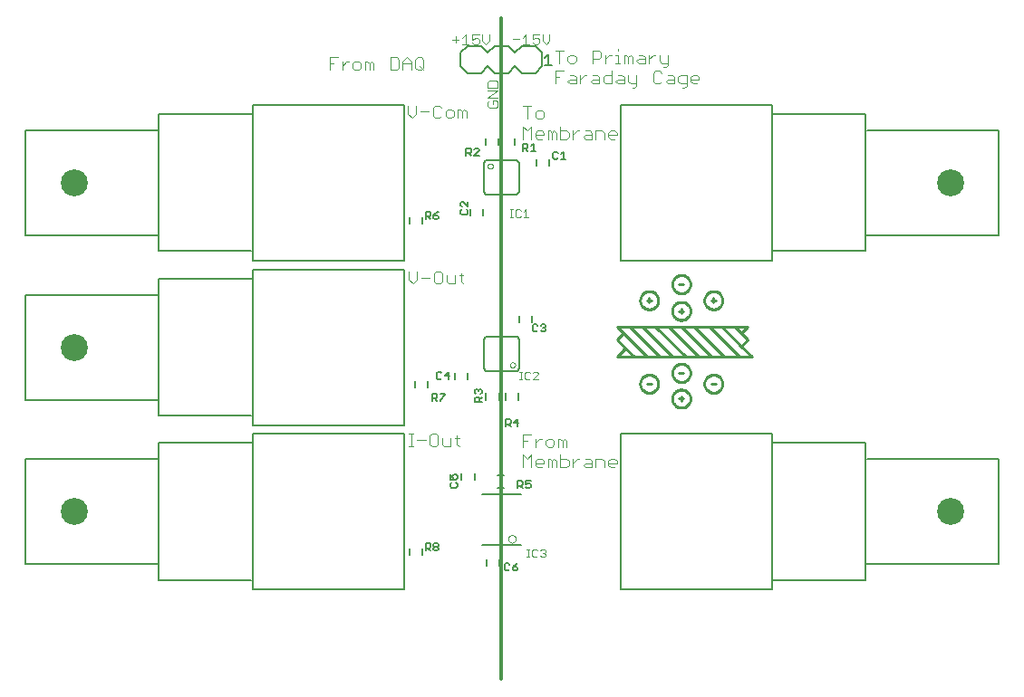
<source format=gto>
G75*
%MOIN*%
%OFA0B0*%
%FSLAX24Y24*%
%IPPOS*%
%LPD*%
%AMOC8*
5,1,8,0,0,1.08239X$1,22.5*
%
%ADD10C,0.0040*%
%ADD11C,0.0120*%
%ADD12C,0.0030*%
%ADD13C,0.0100*%
%ADD14C,0.0060*%
%ADD15C,0.0020*%
%ADD16C,0.0080*%
%ADD17C,0.0992*%
%ADD18C,0.0050*%
D10*
X014245Y008753D02*
X014398Y008753D01*
X014321Y008753D02*
X014321Y009213D01*
X014245Y009213D02*
X014398Y009213D01*
X014552Y008983D02*
X014859Y008983D01*
X015012Y009136D02*
X015012Y008829D01*
X015089Y008753D01*
X015242Y008753D01*
X015319Y008829D01*
X015319Y009136D01*
X015242Y009213D01*
X015089Y009213D01*
X015012Y009136D01*
X015472Y009060D02*
X015472Y008829D01*
X015549Y008753D01*
X015779Y008753D01*
X015779Y009060D01*
X015933Y009060D02*
X016086Y009060D01*
X016009Y009136D02*
X016009Y008829D01*
X016086Y008753D01*
X018434Y008725D02*
X018434Y009186D01*
X018740Y009186D01*
X018894Y009032D02*
X018894Y008725D01*
X018894Y008879D02*
X019047Y009032D01*
X019124Y009032D01*
X019278Y008955D02*
X019278Y008802D01*
X019354Y008725D01*
X019508Y008725D01*
X019584Y008802D01*
X019584Y008955D01*
X019508Y009032D01*
X019354Y009032D01*
X019278Y008955D01*
X019738Y009032D02*
X019738Y008725D01*
X019891Y008725D02*
X019891Y008955D01*
X019968Y009032D01*
X020045Y008955D01*
X020045Y008725D01*
X019891Y008955D02*
X019815Y009032D01*
X019738Y009032D01*
X019815Y008436D02*
X019815Y007975D01*
X020045Y007975D01*
X020122Y008052D01*
X020122Y008205D01*
X020045Y008282D01*
X019815Y008282D01*
X019661Y008205D02*
X019661Y007975D01*
X019508Y007975D02*
X019508Y008205D01*
X019584Y008282D01*
X019661Y008205D01*
X019508Y008205D02*
X019431Y008282D01*
X019354Y008282D01*
X019354Y007975D01*
X019201Y008129D02*
X018894Y008129D01*
X018894Y008205D02*
X018894Y008052D01*
X018971Y007975D01*
X019124Y007975D01*
X019201Y008129D02*
X019201Y008205D01*
X019124Y008282D01*
X018971Y008282D01*
X018894Y008205D01*
X018740Y007975D02*
X018740Y008436D01*
X018587Y008282D01*
X018434Y008436D01*
X018434Y007975D01*
X018434Y008955D02*
X018587Y008955D01*
X020275Y008282D02*
X020275Y007975D01*
X020275Y008129D02*
X020429Y008282D01*
X020505Y008282D01*
X020735Y008282D02*
X020889Y008282D01*
X020966Y008205D01*
X020966Y007975D01*
X020735Y007975D01*
X020659Y008052D01*
X020735Y008129D01*
X020966Y008129D01*
X021119Y008282D02*
X021119Y007975D01*
X021119Y008282D02*
X021349Y008282D01*
X021426Y008205D01*
X021426Y007975D01*
X021580Y008052D02*
X021580Y008205D01*
X021656Y008282D01*
X021810Y008282D01*
X021886Y008205D01*
X021886Y008129D01*
X021580Y008129D01*
X021580Y008052D02*
X021656Y007975D01*
X021810Y007975D01*
X016240Y014737D02*
X016163Y014814D01*
X016163Y015121D01*
X016086Y015044D02*
X016240Y015044D01*
X015933Y015044D02*
X015933Y014737D01*
X015703Y014737D01*
X015626Y014814D01*
X015626Y015044D01*
X015472Y015121D02*
X015472Y014814D01*
X015396Y014737D01*
X015242Y014737D01*
X015165Y014814D01*
X015165Y015121D01*
X015242Y015197D01*
X015396Y015197D01*
X015472Y015121D01*
X015012Y014967D02*
X014705Y014967D01*
X014552Y014890D02*
X014552Y015197D01*
X014552Y014890D02*
X014398Y014737D01*
X014245Y014890D01*
X014245Y015197D01*
X018434Y020062D02*
X018434Y020522D01*
X018587Y020369D01*
X018740Y020522D01*
X018740Y020062D01*
X018894Y020138D02*
X018894Y020292D01*
X018971Y020369D01*
X019124Y020369D01*
X019201Y020292D01*
X019201Y020215D01*
X018894Y020215D01*
X018894Y020138D02*
X018971Y020062D01*
X019124Y020062D01*
X019354Y020062D02*
X019354Y020369D01*
X019431Y020369D01*
X019508Y020292D01*
X019584Y020369D01*
X019661Y020292D01*
X019661Y020062D01*
X019508Y020062D02*
X019508Y020292D01*
X019815Y020369D02*
X020045Y020369D01*
X020122Y020292D01*
X020122Y020138D01*
X020045Y020062D01*
X019815Y020062D01*
X019815Y020522D01*
X019201Y020888D02*
X019201Y021042D01*
X019124Y021119D01*
X018971Y021119D01*
X018894Y021042D01*
X018894Y020888D01*
X018971Y020812D01*
X019124Y020812D01*
X019201Y020888D01*
X018740Y021272D02*
X018434Y021272D01*
X018587Y021272D02*
X018587Y020812D01*
X019623Y022109D02*
X019623Y022569D01*
X019930Y022569D01*
X019777Y022339D02*
X019623Y022339D01*
X020084Y022186D02*
X020161Y022262D01*
X020391Y022262D01*
X020391Y022339D02*
X020391Y022109D01*
X020161Y022109D01*
X020084Y022186D01*
X020161Y022416D02*
X020314Y022416D01*
X020391Y022339D01*
X020544Y022262D02*
X020698Y022416D01*
X020774Y022416D01*
X020544Y022416D02*
X020544Y022109D01*
X020928Y022186D02*
X021005Y022262D01*
X021235Y022262D01*
X021235Y022339D02*
X021235Y022109D01*
X021005Y022109D01*
X020928Y022186D01*
X021005Y022416D02*
X021158Y022416D01*
X021235Y022339D01*
X021388Y022339D02*
X021388Y022186D01*
X021465Y022109D01*
X021695Y022109D01*
X021695Y022569D01*
X021695Y022416D02*
X021465Y022416D01*
X021388Y022339D01*
X021849Y022186D02*
X021925Y022262D01*
X022156Y022262D01*
X022156Y022339D02*
X022156Y022109D01*
X021925Y022109D01*
X021849Y022186D01*
X021925Y022416D02*
X022079Y022416D01*
X022156Y022339D01*
X022309Y022416D02*
X022309Y022186D01*
X022386Y022109D01*
X022616Y022109D01*
X022616Y022032D02*
X022539Y021956D01*
X022463Y021956D01*
X022616Y022032D02*
X022616Y022416D01*
X022693Y022859D02*
X022616Y022936D01*
X022693Y023012D01*
X022923Y023012D01*
X022923Y023089D02*
X022923Y022859D01*
X022693Y022859D01*
X022463Y022859D02*
X022463Y023089D01*
X022386Y023166D01*
X022309Y023089D01*
X022309Y022859D01*
X022156Y022859D02*
X022156Y023166D01*
X022232Y023166D01*
X022309Y023089D01*
X022002Y022859D02*
X021849Y022859D01*
X021925Y022859D02*
X021925Y023166D01*
X021849Y023166D01*
X021695Y023166D02*
X021618Y023166D01*
X021465Y023012D01*
X021465Y022859D02*
X021465Y023166D01*
X021312Y023243D02*
X021312Y023089D01*
X021235Y023012D01*
X021005Y023012D01*
X021005Y022859D02*
X021005Y023319D01*
X021235Y023319D01*
X021312Y023243D01*
X021925Y023319D02*
X021925Y023396D01*
X022693Y023166D02*
X022846Y023166D01*
X022923Y023089D01*
X023076Y023012D02*
X023230Y023166D01*
X023307Y023166D01*
X023460Y023166D02*
X023460Y022936D01*
X023537Y022859D01*
X023767Y022859D01*
X023767Y022782D02*
X023690Y022706D01*
X023613Y022706D01*
X023767Y022782D02*
X023767Y023166D01*
X023460Y022569D02*
X023307Y022569D01*
X023230Y022493D01*
X023230Y022186D01*
X023307Y022109D01*
X023460Y022109D01*
X023537Y022186D01*
X023690Y022186D02*
X023767Y022262D01*
X023997Y022262D01*
X023997Y022339D02*
X023997Y022109D01*
X023767Y022109D01*
X023690Y022186D01*
X023767Y022416D02*
X023920Y022416D01*
X023997Y022339D01*
X024151Y022339D02*
X024151Y022186D01*
X024227Y022109D01*
X024458Y022109D01*
X024458Y022032D02*
X024458Y022416D01*
X024227Y022416D01*
X024151Y022339D01*
X024458Y022032D02*
X024381Y021956D01*
X024304Y021956D01*
X024611Y022186D02*
X024611Y022339D01*
X024688Y022416D01*
X024841Y022416D01*
X024918Y022339D01*
X024918Y022262D01*
X024611Y022262D01*
X024611Y022186D02*
X024688Y022109D01*
X024841Y022109D01*
X023537Y022493D02*
X023460Y022569D01*
X023076Y022859D02*
X023076Y023166D01*
X020391Y023089D02*
X020391Y022936D01*
X020314Y022859D01*
X020161Y022859D01*
X020084Y022936D01*
X020084Y023089D01*
X020161Y023166D01*
X020314Y023166D01*
X020391Y023089D01*
X019930Y023319D02*
X019623Y023319D01*
X019777Y023319D02*
X019777Y022859D01*
X016354Y021069D02*
X016354Y020839D01*
X016200Y020839D02*
X016200Y021069D01*
X016277Y021146D01*
X016354Y021069D01*
X016200Y021069D02*
X016124Y021146D01*
X016047Y021146D01*
X016047Y020839D01*
X015893Y020916D02*
X015893Y021069D01*
X015817Y021146D01*
X015663Y021146D01*
X015586Y021069D01*
X015586Y020916D01*
X015663Y020839D01*
X015817Y020839D01*
X015893Y020916D01*
X015433Y020916D02*
X015356Y020839D01*
X015203Y020839D01*
X015126Y020916D01*
X015126Y021223D01*
X015203Y021300D01*
X015356Y021300D01*
X015433Y021223D01*
X014973Y021069D02*
X014666Y021069D01*
X014512Y020993D02*
X014359Y020839D01*
X014205Y020993D01*
X014205Y021300D01*
X014512Y021300D02*
X014512Y020993D01*
X014554Y022611D02*
X014477Y022688D01*
X014477Y022995D01*
X014554Y023071D01*
X014707Y023071D01*
X014784Y022995D01*
X014784Y022688D01*
X014707Y022611D01*
X014554Y022611D01*
X014631Y022764D02*
X014784Y022611D01*
X014324Y022611D02*
X014324Y022918D01*
X014170Y023071D01*
X014017Y022918D01*
X014017Y022611D01*
X013863Y022688D02*
X013863Y022995D01*
X013787Y023071D01*
X013556Y023071D01*
X013556Y022611D01*
X013787Y022611D01*
X013863Y022688D01*
X014017Y022841D02*
X014324Y022841D01*
X012943Y022841D02*
X012943Y022611D01*
X012789Y022611D02*
X012789Y022841D01*
X012866Y022918D01*
X012943Y022841D01*
X012789Y022841D02*
X012712Y022918D01*
X012636Y022918D01*
X012636Y022611D01*
X012482Y022688D02*
X012482Y022841D01*
X012406Y022918D01*
X012252Y022918D01*
X012175Y022841D01*
X012175Y022688D01*
X012252Y022611D01*
X012406Y022611D01*
X012482Y022688D01*
X012022Y022918D02*
X011945Y022918D01*
X011792Y022764D01*
X011792Y022611D02*
X011792Y022918D01*
X011638Y023071D02*
X011331Y023071D01*
X011331Y022611D01*
X011331Y022841D02*
X011485Y022841D01*
X020275Y020369D02*
X020275Y020062D01*
X020275Y020215D02*
X020429Y020369D01*
X020505Y020369D01*
X020735Y020369D02*
X020889Y020369D01*
X020966Y020292D01*
X020966Y020062D01*
X020735Y020062D01*
X020659Y020138D01*
X020735Y020215D01*
X020966Y020215D01*
X021119Y020062D02*
X021119Y020369D01*
X021349Y020369D01*
X021426Y020292D01*
X021426Y020062D01*
X021580Y020138D02*
X021580Y020292D01*
X021656Y020369D01*
X021810Y020369D01*
X021886Y020292D01*
X021886Y020215D01*
X021580Y020215D01*
X021580Y020138D02*
X021656Y020062D01*
X021810Y020062D01*
D11*
X017650Y024520D02*
X017650Y000189D01*
D12*
X018585Y004668D02*
X018681Y004668D01*
X018633Y004668D02*
X018633Y004959D01*
X018585Y004959D02*
X018681Y004959D01*
X018781Y004910D02*
X018781Y004717D01*
X018829Y004668D01*
X018926Y004668D01*
X018975Y004717D01*
X019076Y004717D02*
X019124Y004668D01*
X019221Y004668D01*
X019269Y004717D01*
X019269Y004765D01*
X019221Y004814D01*
X019172Y004814D01*
X019221Y004814D02*
X019269Y004862D01*
X019269Y004910D01*
X019221Y004959D01*
X019124Y004959D01*
X019076Y004910D01*
X018975Y004910D02*
X018926Y004959D01*
X018829Y004959D01*
X018781Y004910D01*
X018803Y011209D02*
X018997Y011402D01*
X018997Y011451D01*
X018948Y011499D01*
X018852Y011499D01*
X018803Y011451D01*
X018702Y011451D02*
X018654Y011499D01*
X018557Y011499D01*
X018509Y011451D01*
X018509Y011257D01*
X018557Y011209D01*
X018654Y011209D01*
X018702Y011257D01*
X018803Y011209D02*
X018997Y011209D01*
X018409Y011209D02*
X018312Y011209D01*
X018361Y011209D02*
X018361Y011499D01*
X018409Y011499D02*
X018312Y011499D01*
X018306Y017185D02*
X018354Y017234D01*
X018306Y017185D02*
X018209Y017185D01*
X018160Y017234D01*
X018160Y017427D01*
X018209Y017476D01*
X018306Y017476D01*
X018354Y017427D01*
X018455Y017379D02*
X018552Y017476D01*
X018552Y017185D01*
X018455Y017185D02*
X018649Y017185D01*
X018061Y017185D02*
X017964Y017185D01*
X018012Y017185D02*
X018012Y017476D01*
X017964Y017476D02*
X018061Y017476D01*
X017455Y021228D02*
X017208Y021228D01*
X017146Y021290D01*
X017146Y021413D01*
X017208Y021475D01*
X017332Y021475D02*
X017332Y021351D01*
X017332Y021475D02*
X017455Y021475D01*
X017517Y021413D01*
X017517Y021290D01*
X017455Y021228D01*
X017517Y021596D02*
X017146Y021596D01*
X017517Y021843D01*
X017146Y021843D01*
X017146Y021965D02*
X017146Y022150D01*
X017208Y022211D01*
X017455Y022211D01*
X017517Y022150D01*
X017517Y021965D01*
X017146Y021965D01*
X017066Y023545D02*
X016942Y023668D01*
X016942Y023915D01*
X016821Y023915D02*
X016574Y023915D01*
X016574Y023730D01*
X016697Y023791D01*
X016759Y023791D01*
X016821Y023730D01*
X016821Y023606D01*
X016759Y023545D01*
X016636Y023545D01*
X016574Y023606D01*
X016452Y023545D02*
X016206Y023545D01*
X016329Y023545D02*
X016329Y023915D01*
X016206Y023791D01*
X016084Y023730D02*
X015837Y023730D01*
X015961Y023853D02*
X015961Y023606D01*
X017066Y023545D02*
X017189Y023668D01*
X017189Y023915D01*
X018059Y023736D02*
X018305Y023736D01*
X018427Y023798D02*
X018550Y023921D01*
X018550Y023551D01*
X018427Y023551D02*
X018674Y023551D01*
X018795Y023613D02*
X018857Y023551D01*
X018980Y023551D01*
X019042Y023613D01*
X019042Y023736D01*
X018980Y023798D01*
X018919Y023798D01*
X018795Y023736D01*
X018795Y023921D01*
X019042Y023921D01*
X019163Y023921D02*
X019163Y023674D01*
X019287Y023551D01*
X019410Y023674D01*
X019410Y023921D01*
D13*
X024185Y014717D02*
X024343Y014717D01*
X023930Y014717D02*
X023932Y014753D01*
X023938Y014789D01*
X023947Y014824D01*
X023961Y014857D01*
X023978Y014889D01*
X023998Y014919D01*
X024022Y014947D01*
X024048Y014972D01*
X024077Y014993D01*
X024108Y015012D01*
X024140Y015027D01*
X024175Y015039D01*
X024210Y015047D01*
X024246Y015051D01*
X024282Y015051D01*
X024318Y015047D01*
X024353Y015039D01*
X024388Y015027D01*
X024420Y015012D01*
X024451Y014993D01*
X024480Y014972D01*
X024506Y014947D01*
X024530Y014919D01*
X024550Y014889D01*
X024567Y014857D01*
X024581Y014824D01*
X024590Y014789D01*
X024596Y014753D01*
X024598Y014717D01*
X024596Y014681D01*
X024590Y014645D01*
X024581Y014610D01*
X024567Y014577D01*
X024550Y014545D01*
X024530Y014515D01*
X024506Y014487D01*
X024480Y014462D01*
X024451Y014441D01*
X024420Y014422D01*
X024388Y014407D01*
X024353Y014395D01*
X024318Y014387D01*
X024282Y014383D01*
X024246Y014383D01*
X024210Y014387D01*
X024175Y014395D01*
X024140Y014407D01*
X024108Y014422D01*
X024077Y014441D01*
X024048Y014462D01*
X024022Y014487D01*
X023998Y014515D01*
X023978Y014545D01*
X023961Y014577D01*
X023947Y014610D01*
X023938Y014645D01*
X023932Y014681D01*
X023930Y014717D01*
X023162Y014126D02*
X023004Y014126D01*
X022749Y014126D02*
X022751Y014162D01*
X022757Y014198D01*
X022766Y014233D01*
X022780Y014266D01*
X022797Y014298D01*
X022817Y014328D01*
X022841Y014356D01*
X022867Y014381D01*
X022896Y014402D01*
X022927Y014421D01*
X022959Y014436D01*
X022994Y014448D01*
X023029Y014456D01*
X023065Y014460D01*
X023101Y014460D01*
X023137Y014456D01*
X023172Y014448D01*
X023207Y014436D01*
X023239Y014421D01*
X023270Y014402D01*
X023299Y014381D01*
X023325Y014356D01*
X023349Y014328D01*
X023369Y014298D01*
X023386Y014266D01*
X023400Y014233D01*
X023409Y014198D01*
X023415Y014162D01*
X023417Y014126D01*
X023415Y014090D01*
X023409Y014054D01*
X023400Y014019D01*
X023386Y013986D01*
X023369Y013954D01*
X023349Y013924D01*
X023325Y013896D01*
X023299Y013871D01*
X023270Y013850D01*
X023239Y013831D01*
X023207Y013816D01*
X023172Y013804D01*
X023137Y013796D01*
X023101Y013792D01*
X023065Y013792D01*
X023029Y013796D01*
X022994Y013804D01*
X022959Y013816D01*
X022927Y013831D01*
X022896Y013850D01*
X022867Y013871D01*
X022841Y013896D01*
X022817Y013924D01*
X022797Y013954D01*
X022780Y013986D01*
X022766Y014019D01*
X022757Y014054D01*
X022751Y014090D01*
X022749Y014126D01*
X023083Y014048D02*
X023083Y014205D01*
X022847Y013142D02*
X023319Y013142D01*
X024421Y012040D01*
X024894Y012040D01*
X023792Y013142D01*
X024264Y013142D01*
X025366Y012040D01*
X025839Y012040D01*
X024736Y013142D01*
X025288Y013142D01*
X026390Y012040D01*
X026862Y012040D01*
X026469Y012433D01*
X026705Y012670D01*
X026469Y012906D01*
X026233Y013142D01*
X025760Y013142D01*
X026469Y012433D01*
X026390Y012040D02*
X025839Y012040D01*
X025366Y012040D02*
X024894Y012040D01*
X024421Y012040D02*
X023949Y012040D01*
X022847Y013142D01*
X022374Y013142D01*
X023477Y012040D01*
X023949Y012040D01*
X023477Y012040D02*
X023004Y012040D01*
X022138Y012906D01*
X021902Y012670D01*
X022217Y012355D01*
X022138Y012355D01*
X022217Y012355D02*
X021902Y012040D01*
X022532Y012040D01*
X022217Y012355D01*
X022532Y012040D02*
X023004Y012040D01*
X023004Y011056D02*
X023162Y011056D01*
X022749Y011056D02*
X022751Y011092D01*
X022757Y011128D01*
X022766Y011163D01*
X022780Y011196D01*
X022797Y011228D01*
X022817Y011258D01*
X022841Y011286D01*
X022867Y011311D01*
X022896Y011332D01*
X022927Y011351D01*
X022959Y011366D01*
X022994Y011378D01*
X023029Y011386D01*
X023065Y011390D01*
X023101Y011390D01*
X023137Y011386D01*
X023172Y011378D01*
X023207Y011366D01*
X023239Y011351D01*
X023270Y011332D01*
X023299Y011311D01*
X023325Y011286D01*
X023349Y011258D01*
X023369Y011228D01*
X023386Y011196D01*
X023400Y011163D01*
X023409Y011128D01*
X023415Y011092D01*
X023417Y011056D01*
X023415Y011020D01*
X023409Y010984D01*
X023400Y010949D01*
X023386Y010916D01*
X023369Y010884D01*
X023349Y010854D01*
X023325Y010826D01*
X023299Y010801D01*
X023270Y010780D01*
X023239Y010761D01*
X023207Y010746D01*
X023172Y010734D01*
X023137Y010726D01*
X023101Y010722D01*
X023065Y010722D01*
X023029Y010726D01*
X022994Y010734D01*
X022959Y010746D01*
X022927Y010761D01*
X022896Y010780D01*
X022867Y010801D01*
X022841Y010826D01*
X022817Y010854D01*
X022797Y010884D01*
X022780Y010916D01*
X022766Y010949D01*
X022757Y010984D01*
X022751Y011020D01*
X022749Y011056D01*
X024185Y011449D02*
X024343Y011449D01*
X023930Y011449D02*
X023932Y011485D01*
X023938Y011521D01*
X023947Y011556D01*
X023961Y011589D01*
X023978Y011621D01*
X023998Y011651D01*
X024022Y011679D01*
X024048Y011704D01*
X024077Y011725D01*
X024108Y011744D01*
X024140Y011759D01*
X024175Y011771D01*
X024210Y011779D01*
X024246Y011783D01*
X024282Y011783D01*
X024318Y011779D01*
X024353Y011771D01*
X024388Y011759D01*
X024420Y011744D01*
X024451Y011725D01*
X024480Y011704D01*
X024506Y011679D01*
X024530Y011651D01*
X024550Y011621D01*
X024567Y011589D01*
X024581Y011556D01*
X024590Y011521D01*
X024596Y011485D01*
X024598Y011449D01*
X024596Y011413D01*
X024590Y011377D01*
X024581Y011342D01*
X024567Y011309D01*
X024550Y011277D01*
X024530Y011247D01*
X024506Y011219D01*
X024480Y011194D01*
X024451Y011173D01*
X024420Y011154D01*
X024388Y011139D01*
X024353Y011127D01*
X024318Y011119D01*
X024282Y011115D01*
X024246Y011115D01*
X024210Y011119D01*
X024175Y011127D01*
X024140Y011139D01*
X024108Y011154D01*
X024077Y011173D01*
X024048Y011194D01*
X024022Y011219D01*
X023998Y011247D01*
X023978Y011277D01*
X023961Y011309D01*
X023947Y011342D01*
X023938Y011377D01*
X023932Y011413D01*
X023930Y011449D01*
X024264Y010583D02*
X024264Y010426D01*
X023930Y010504D02*
X023932Y010540D01*
X023938Y010576D01*
X023947Y010611D01*
X023961Y010644D01*
X023978Y010676D01*
X023998Y010706D01*
X024022Y010734D01*
X024048Y010759D01*
X024077Y010780D01*
X024108Y010799D01*
X024140Y010814D01*
X024175Y010826D01*
X024210Y010834D01*
X024246Y010838D01*
X024282Y010838D01*
X024318Y010834D01*
X024353Y010826D01*
X024388Y010814D01*
X024420Y010799D01*
X024451Y010780D01*
X024480Y010759D01*
X024506Y010734D01*
X024530Y010706D01*
X024550Y010676D01*
X024567Y010644D01*
X024581Y010611D01*
X024590Y010576D01*
X024596Y010540D01*
X024598Y010504D01*
X024596Y010468D01*
X024590Y010432D01*
X024581Y010397D01*
X024567Y010364D01*
X024550Y010332D01*
X024530Y010302D01*
X024506Y010274D01*
X024480Y010249D01*
X024451Y010228D01*
X024420Y010209D01*
X024388Y010194D01*
X024353Y010182D01*
X024318Y010174D01*
X024282Y010170D01*
X024246Y010170D01*
X024210Y010174D01*
X024175Y010182D01*
X024140Y010194D01*
X024108Y010209D01*
X024077Y010228D01*
X024048Y010249D01*
X024022Y010274D01*
X023998Y010302D01*
X023978Y010332D01*
X023961Y010364D01*
X023947Y010397D01*
X023938Y010432D01*
X023932Y010468D01*
X023930Y010504D01*
X024185Y010504D02*
X024343Y010504D01*
X025366Y011056D02*
X025524Y011056D01*
X025111Y011056D02*
X025113Y011092D01*
X025119Y011128D01*
X025128Y011163D01*
X025142Y011196D01*
X025159Y011228D01*
X025179Y011258D01*
X025203Y011286D01*
X025229Y011311D01*
X025258Y011332D01*
X025289Y011351D01*
X025321Y011366D01*
X025356Y011378D01*
X025391Y011386D01*
X025427Y011390D01*
X025463Y011390D01*
X025499Y011386D01*
X025534Y011378D01*
X025569Y011366D01*
X025601Y011351D01*
X025632Y011332D01*
X025661Y011311D01*
X025687Y011286D01*
X025711Y011258D01*
X025731Y011228D01*
X025748Y011196D01*
X025762Y011163D01*
X025771Y011128D01*
X025777Y011092D01*
X025779Y011056D01*
X025777Y011020D01*
X025771Y010984D01*
X025762Y010949D01*
X025748Y010916D01*
X025731Y010884D01*
X025711Y010854D01*
X025687Y010826D01*
X025661Y010801D01*
X025632Y010780D01*
X025601Y010761D01*
X025569Y010746D01*
X025534Y010734D01*
X025499Y010726D01*
X025463Y010722D01*
X025427Y010722D01*
X025391Y010726D01*
X025356Y010734D01*
X025321Y010746D01*
X025289Y010761D01*
X025258Y010780D01*
X025229Y010801D01*
X025203Y010826D01*
X025179Y010854D01*
X025159Y010884D01*
X025142Y010916D01*
X025128Y010949D01*
X025119Y010984D01*
X025113Y011020D01*
X025111Y011056D01*
X026469Y012906D02*
X026705Y013142D01*
X026233Y013142D01*
X025760Y013142D02*
X025288Y013142D01*
X024736Y013142D02*
X024264Y013142D01*
X023792Y013142D02*
X023319Y013142D01*
X022374Y013142D02*
X021902Y013142D01*
X022138Y012906D01*
X024185Y013733D02*
X024343Y013733D01*
X023930Y013733D02*
X023932Y013769D01*
X023938Y013805D01*
X023947Y013840D01*
X023961Y013873D01*
X023978Y013905D01*
X023998Y013935D01*
X024022Y013963D01*
X024048Y013988D01*
X024077Y014009D01*
X024108Y014028D01*
X024140Y014043D01*
X024175Y014055D01*
X024210Y014063D01*
X024246Y014067D01*
X024282Y014067D01*
X024318Y014063D01*
X024353Y014055D01*
X024388Y014043D01*
X024420Y014028D01*
X024451Y014009D01*
X024480Y013988D01*
X024506Y013963D01*
X024530Y013935D01*
X024550Y013905D01*
X024567Y013873D01*
X024581Y013840D01*
X024590Y013805D01*
X024596Y013769D01*
X024598Y013733D01*
X024596Y013697D01*
X024590Y013661D01*
X024581Y013626D01*
X024567Y013593D01*
X024550Y013561D01*
X024530Y013531D01*
X024506Y013503D01*
X024480Y013478D01*
X024451Y013457D01*
X024420Y013438D01*
X024388Y013423D01*
X024353Y013411D01*
X024318Y013403D01*
X024282Y013399D01*
X024246Y013399D01*
X024210Y013403D01*
X024175Y013411D01*
X024140Y013423D01*
X024108Y013438D01*
X024077Y013457D01*
X024048Y013478D01*
X024022Y013503D01*
X023998Y013531D01*
X023978Y013561D01*
X023961Y013593D01*
X023947Y013626D01*
X023938Y013661D01*
X023932Y013697D01*
X023930Y013733D01*
X024264Y013811D02*
X024264Y013654D01*
X025366Y014126D02*
X025524Y014126D01*
X025111Y014126D02*
X025113Y014162D01*
X025119Y014198D01*
X025128Y014233D01*
X025142Y014266D01*
X025159Y014298D01*
X025179Y014328D01*
X025203Y014356D01*
X025229Y014381D01*
X025258Y014402D01*
X025289Y014421D01*
X025321Y014436D01*
X025356Y014448D01*
X025391Y014456D01*
X025427Y014460D01*
X025463Y014460D01*
X025499Y014456D01*
X025534Y014448D01*
X025569Y014436D01*
X025601Y014421D01*
X025632Y014402D01*
X025661Y014381D01*
X025687Y014356D01*
X025711Y014328D01*
X025731Y014298D01*
X025748Y014266D01*
X025762Y014233D01*
X025771Y014198D01*
X025777Y014162D01*
X025779Y014126D01*
X025777Y014090D01*
X025771Y014054D01*
X025762Y014019D01*
X025748Y013986D01*
X025731Y013954D01*
X025711Y013924D01*
X025687Y013896D01*
X025661Y013871D01*
X025632Y013850D01*
X025601Y013831D01*
X025569Y013816D01*
X025534Y013804D01*
X025499Y013796D01*
X025463Y013792D01*
X025427Y013792D01*
X025391Y013796D01*
X025356Y013804D01*
X025321Y013816D01*
X025289Y013831D01*
X025258Y013850D01*
X025229Y013871D01*
X025203Y013896D01*
X025179Y013924D01*
X025159Y013954D01*
X025142Y013986D01*
X025128Y014019D01*
X025119Y014054D01*
X025113Y014090D01*
X025111Y014126D01*
X025445Y014048D02*
X025445Y014205D01*
D14*
X018766Y013547D02*
X018766Y013311D01*
X018294Y013311D02*
X018294Y013547D01*
X018162Y012796D02*
X017138Y012796D01*
X017118Y012794D01*
X017098Y012790D01*
X017080Y012782D01*
X017063Y012772D01*
X017047Y012759D01*
X017034Y012743D01*
X017024Y012726D01*
X017016Y012708D01*
X017012Y012688D01*
X017010Y012668D01*
X017010Y011644D01*
X017012Y011624D01*
X017016Y011604D01*
X017024Y011586D01*
X017034Y011569D01*
X017047Y011553D01*
X017063Y011540D01*
X017080Y011530D01*
X017098Y011522D01*
X017118Y011518D01*
X017138Y011516D01*
X018162Y011516D01*
X018182Y011518D01*
X018202Y011522D01*
X018220Y011530D01*
X018237Y011540D01*
X018253Y011553D01*
X018266Y011569D01*
X018276Y011586D01*
X018284Y011604D01*
X018288Y011624D01*
X018290Y011644D01*
X018290Y011628D02*
X018290Y012668D01*
X018288Y012688D01*
X018284Y012708D01*
X018276Y012726D01*
X018266Y012743D01*
X018253Y012759D01*
X018237Y012772D01*
X018220Y012782D01*
X018202Y012790D01*
X018182Y012794D01*
X018162Y012796D01*
X016393Y011438D02*
X016393Y011202D01*
X015921Y011202D02*
X015921Y011438D01*
X014933Y011144D02*
X014933Y010908D01*
X014461Y010908D02*
X014461Y011144D01*
X017081Y010701D02*
X017081Y010465D01*
X017554Y010465D02*
X017554Y010701D01*
X017807Y010701D02*
X017807Y010465D01*
X018280Y010465D02*
X018280Y010701D01*
X017733Y007685D02*
X017496Y007685D01*
X017496Y007212D02*
X017733Y007212D01*
X018360Y006978D02*
X016940Y006978D01*
X016653Y007504D02*
X016653Y007740D01*
X016181Y007740D02*
X016181Y007504D01*
X016940Y005119D02*
X018360Y005119D01*
X017584Y004599D02*
X017584Y004363D01*
X017112Y004363D02*
X017112Y004599D01*
X014736Y004756D02*
X014736Y004993D01*
X014264Y004993D02*
X014264Y004756D01*
X014264Y016961D02*
X014264Y017197D01*
X014736Y017197D02*
X014736Y016961D01*
X016487Y017263D02*
X016487Y017500D01*
X016959Y017500D02*
X016959Y017263D01*
X017138Y018015D02*
X018161Y018015D01*
X018181Y018017D01*
X018201Y018021D01*
X018219Y018029D01*
X018236Y018039D01*
X018252Y018052D01*
X018265Y018068D01*
X018275Y018085D01*
X018283Y018103D01*
X018287Y018123D01*
X018289Y018143D01*
X018289Y019166D01*
X018287Y019186D01*
X018283Y019206D01*
X018275Y019224D01*
X018265Y019241D01*
X018252Y019257D01*
X018236Y019270D01*
X018219Y019280D01*
X018201Y019288D01*
X018181Y019292D01*
X018161Y019294D01*
X017138Y019294D01*
X017118Y019292D01*
X017098Y019288D01*
X017080Y019280D01*
X017063Y019270D01*
X017047Y019257D01*
X017034Y019241D01*
X017024Y019224D01*
X017016Y019206D01*
X017012Y019186D01*
X017010Y019166D01*
X017010Y019182D02*
X017010Y018143D01*
X017012Y018123D01*
X017016Y018103D01*
X017024Y018085D01*
X017034Y018068D01*
X017047Y018052D01*
X017063Y018039D01*
X017080Y018029D01*
X017098Y018021D01*
X017118Y018017D01*
X017138Y018015D01*
X018939Y019096D02*
X018939Y019333D01*
X019411Y019333D02*
X019411Y019096D01*
X018151Y019836D02*
X018151Y020072D01*
X017678Y020072D02*
X017678Y019836D01*
X017551Y019836D02*
X017551Y020072D01*
X017078Y020072D02*
X017078Y019836D01*
D15*
X017144Y019066D02*
X017146Y019085D01*
X017152Y019104D01*
X017161Y019121D01*
X017174Y019136D01*
X017189Y019147D01*
X017207Y019156D01*
X017225Y019161D01*
X017245Y019162D01*
X017264Y019159D01*
X017282Y019152D01*
X017299Y019142D01*
X017313Y019129D01*
X017324Y019113D01*
X017332Y019095D01*
X017336Y019076D01*
X017336Y019056D01*
X017332Y019037D01*
X017324Y019019D01*
X017313Y019003D01*
X017299Y018990D01*
X017282Y018980D01*
X017264Y018973D01*
X017245Y018970D01*
X017225Y018971D01*
X017207Y018976D01*
X017189Y018985D01*
X017174Y018996D01*
X017161Y019011D01*
X017152Y019028D01*
X017146Y019047D01*
X017144Y019066D01*
X017964Y011745D02*
X017966Y011764D01*
X017972Y011783D01*
X017981Y011800D01*
X017994Y011815D01*
X018009Y011826D01*
X018027Y011835D01*
X018045Y011840D01*
X018065Y011841D01*
X018084Y011838D01*
X018102Y011831D01*
X018119Y011821D01*
X018133Y011808D01*
X018144Y011792D01*
X018152Y011774D01*
X018156Y011755D01*
X018156Y011735D01*
X018152Y011716D01*
X018144Y011698D01*
X018133Y011682D01*
X018119Y011669D01*
X018102Y011659D01*
X018084Y011652D01*
X018065Y011649D01*
X018045Y011650D01*
X018027Y011655D01*
X018009Y011664D01*
X017994Y011675D01*
X017981Y011690D01*
X017972Y011707D01*
X017966Y011726D01*
X017964Y011745D01*
X017900Y005338D02*
X017902Y005361D01*
X017908Y005383D01*
X017917Y005405D01*
X017930Y005424D01*
X017945Y005441D01*
X017963Y005455D01*
X017984Y005466D01*
X018006Y005474D01*
X018028Y005478D01*
X018052Y005478D01*
X018074Y005474D01*
X018096Y005466D01*
X018117Y005455D01*
X018135Y005441D01*
X018150Y005424D01*
X018163Y005405D01*
X018172Y005383D01*
X018178Y005361D01*
X018180Y005338D01*
X018178Y005315D01*
X018172Y005293D01*
X018163Y005271D01*
X018150Y005252D01*
X018135Y005235D01*
X018117Y005221D01*
X018096Y005210D01*
X018074Y005202D01*
X018052Y005198D01*
X018028Y005198D01*
X018006Y005202D01*
X017984Y005210D01*
X017963Y005221D01*
X017945Y005235D01*
X017930Y005252D01*
X017917Y005271D01*
X017908Y005293D01*
X017902Y005315D01*
X017900Y005338D01*
D16*
X005042Y003831D02*
X005042Y008870D01*
X008457Y008870D01*
X008486Y009215D02*
X008486Y003487D01*
X014057Y003487D01*
X014057Y009215D01*
X008486Y009215D01*
X008486Y009530D02*
X014057Y009530D01*
X014057Y015258D01*
X008486Y015258D01*
X008486Y009530D01*
X008447Y009874D02*
X005042Y009874D01*
X005042Y014914D01*
X008457Y014914D01*
X008486Y015593D02*
X014057Y015593D01*
X014057Y021321D01*
X008486Y021321D01*
X008486Y015593D01*
X008447Y015937D02*
X005042Y015937D01*
X005042Y020977D01*
X008457Y020977D01*
X005002Y020386D02*
X000140Y020386D01*
X000140Y016528D01*
X004992Y016528D01*
X005002Y014323D02*
X000140Y014323D01*
X000140Y010465D01*
X004992Y010465D01*
X005002Y008280D02*
X000140Y008280D01*
X000140Y004422D01*
X004992Y004422D01*
X005042Y003831D02*
X008447Y003831D01*
X022030Y003487D02*
X027601Y003487D01*
X027601Y009215D01*
X022030Y009215D01*
X022030Y003487D01*
X027630Y003831D02*
X031046Y003831D01*
X031046Y008870D01*
X027640Y008870D01*
X031095Y008280D02*
X035947Y008280D01*
X035947Y004422D01*
X031085Y004422D01*
X027601Y015593D02*
X022030Y015593D01*
X022030Y021321D01*
X027601Y021321D01*
X027601Y015593D01*
X027630Y015937D02*
X031046Y015937D01*
X031046Y020977D01*
X027640Y020977D01*
X031095Y020386D02*
X035947Y020386D01*
X035947Y016528D01*
X031085Y016528D01*
X019510Y022775D02*
X019229Y022775D01*
X019150Y022735D02*
X018900Y022485D01*
X018400Y022485D01*
X018150Y022735D01*
X017900Y022485D01*
X017400Y022485D01*
X017150Y022735D01*
X016900Y022485D01*
X016400Y022485D01*
X016150Y022735D01*
X016150Y023235D01*
X016400Y023485D01*
X016900Y023485D01*
X017150Y023235D01*
X017400Y023485D01*
X017900Y023485D01*
X018150Y023235D01*
X018400Y023485D01*
X018900Y023485D01*
X019150Y023235D01*
X019150Y022735D01*
X019370Y022775D02*
X019370Y023195D01*
X019229Y023055D01*
D17*
X034162Y018457D03*
X034162Y006351D03*
X001925Y006351D03*
X001925Y012394D03*
X001925Y018457D03*
D18*
X014855Y017384D02*
X014855Y017114D01*
X014855Y017204D02*
X014990Y017204D01*
X015035Y017249D01*
X015035Y017339D01*
X014990Y017384D01*
X014855Y017384D01*
X014945Y017204D02*
X015035Y017114D01*
X015150Y017159D02*
X015195Y017114D01*
X015285Y017114D01*
X015330Y017159D01*
X015330Y017204D01*
X015285Y017249D01*
X015150Y017249D01*
X015150Y017159D01*
X015150Y017249D02*
X015240Y017339D01*
X015330Y017384D01*
X016145Y017424D02*
X016145Y017334D01*
X016190Y017289D01*
X016371Y017289D01*
X016416Y017334D01*
X016416Y017424D01*
X016371Y017469D01*
X016416Y017584D02*
X016235Y017764D01*
X016190Y017764D01*
X016145Y017719D01*
X016145Y017629D01*
X016190Y017584D01*
X016190Y017469D02*
X016145Y017424D01*
X016416Y017584D02*
X016416Y017764D01*
X016352Y019457D02*
X016352Y019728D01*
X016487Y019728D01*
X016532Y019683D01*
X016532Y019593D01*
X016487Y019548D01*
X016352Y019548D01*
X016442Y019548D02*
X016532Y019457D01*
X016647Y019457D02*
X016827Y019638D01*
X016827Y019683D01*
X016782Y019728D01*
X016692Y019728D01*
X016647Y019683D01*
X016647Y019457D02*
X016827Y019457D01*
X018437Y019623D02*
X018437Y019893D01*
X018572Y019893D01*
X018617Y019848D01*
X018617Y019758D01*
X018572Y019713D01*
X018437Y019713D01*
X018527Y019713D02*
X018617Y019623D01*
X018732Y019623D02*
X018912Y019623D01*
X018822Y019623D02*
X018822Y019893D01*
X018732Y019803D01*
X019541Y019548D02*
X019541Y019368D01*
X019586Y019323D01*
X019677Y019323D01*
X019722Y019368D01*
X019836Y019323D02*
X020016Y019323D01*
X019926Y019323D02*
X019926Y019593D01*
X019836Y019503D01*
X019722Y019548D02*
X019677Y019593D01*
X019586Y019593D01*
X019541Y019548D01*
X019222Y013240D02*
X019267Y013195D01*
X019267Y013150D01*
X019222Y013104D01*
X019267Y013059D01*
X019267Y013014D01*
X019222Y012969D01*
X019132Y012969D01*
X019086Y013014D01*
X018972Y013014D02*
X018927Y012969D01*
X018837Y012969D01*
X018792Y013014D01*
X018792Y013195D01*
X018837Y013240D01*
X018927Y013240D01*
X018972Y013195D01*
X019086Y013195D02*
X019132Y013240D01*
X019222Y013240D01*
X019222Y013104D02*
X019177Y013104D01*
X016923Y010817D02*
X016923Y010727D01*
X016878Y010681D01*
X016923Y010567D02*
X016833Y010477D01*
X016833Y010522D02*
X016833Y010387D01*
X016923Y010387D02*
X016653Y010387D01*
X016653Y010522D01*
X016698Y010567D01*
X016788Y010567D01*
X016833Y010522D01*
X016698Y010681D02*
X016653Y010727D01*
X016653Y010817D01*
X016698Y010862D01*
X016743Y010862D01*
X016788Y010817D01*
X016833Y010862D01*
X016878Y010862D01*
X016923Y010817D01*
X016788Y010817D02*
X016788Y010772D01*
X015690Y011212D02*
X015690Y011482D01*
X015555Y011347D01*
X015735Y011347D01*
X015440Y011437D02*
X015395Y011482D01*
X015305Y011482D01*
X015260Y011437D01*
X015260Y011257D01*
X015305Y011212D01*
X015395Y011212D01*
X015440Y011257D01*
X015396Y010691D02*
X015576Y010691D01*
X015576Y010646D01*
X015396Y010466D01*
X015396Y010421D01*
X015282Y010421D02*
X015192Y010511D01*
X015237Y010511D02*
X015102Y010511D01*
X015102Y010421D02*
X015102Y010691D01*
X015237Y010691D01*
X015282Y010646D01*
X015282Y010556D01*
X015237Y010511D01*
X017808Y009747D02*
X017808Y009476D01*
X017808Y009566D02*
X017943Y009566D01*
X017988Y009611D01*
X017988Y009702D01*
X017943Y009747D01*
X017808Y009747D01*
X017898Y009566D02*
X017988Y009476D01*
X018103Y009611D02*
X018238Y009747D01*
X018238Y009476D01*
X018283Y009611D02*
X018103Y009611D01*
X016027Y007658D02*
X015982Y007703D01*
X015892Y007703D01*
X015847Y007658D01*
X015847Y007613D01*
X015892Y007523D01*
X015757Y007523D01*
X015757Y007703D01*
X016027Y007658D02*
X016027Y007568D01*
X015982Y007523D01*
X015982Y007409D02*
X016027Y007364D01*
X016027Y007274D01*
X015982Y007229D01*
X015802Y007229D01*
X015757Y007274D01*
X015757Y007364D01*
X015802Y007409D01*
X018245Y007478D02*
X018245Y007208D01*
X018245Y007298D02*
X018380Y007298D01*
X018425Y007343D01*
X018425Y007433D01*
X018380Y007478D01*
X018245Y007478D01*
X018335Y007298D02*
X018425Y007208D01*
X018540Y007253D02*
X018585Y007208D01*
X018675Y007208D01*
X018720Y007253D01*
X018720Y007343D01*
X018675Y007388D01*
X018630Y007388D01*
X018540Y007343D01*
X018540Y007478D01*
X018720Y007478D01*
X015330Y005135D02*
X015330Y005090D01*
X015285Y005045D01*
X015195Y005045D01*
X015150Y005090D01*
X015150Y005135D01*
X015195Y005180D01*
X015285Y005180D01*
X015330Y005135D01*
X015285Y005045D02*
X015330Y005000D01*
X015330Y004954D01*
X015285Y004909D01*
X015195Y004909D01*
X015150Y004954D01*
X015150Y005000D01*
X015195Y005045D01*
X015035Y005045D02*
X014990Y005000D01*
X014855Y005000D01*
X014945Y005000D02*
X015035Y004909D01*
X015035Y005045D02*
X015035Y005135D01*
X014990Y005180D01*
X014855Y005180D01*
X014855Y004909D01*
X017769Y004400D02*
X017769Y004220D01*
X017814Y004175D01*
X017904Y004175D01*
X017949Y004220D01*
X018063Y004220D02*
X018108Y004175D01*
X018198Y004175D01*
X018243Y004220D01*
X018243Y004265D01*
X018198Y004310D01*
X018063Y004310D01*
X018063Y004220D01*
X018063Y004310D02*
X018153Y004400D01*
X018243Y004445D01*
X017949Y004400D02*
X017904Y004445D01*
X017814Y004445D01*
X017769Y004400D01*
M02*

</source>
